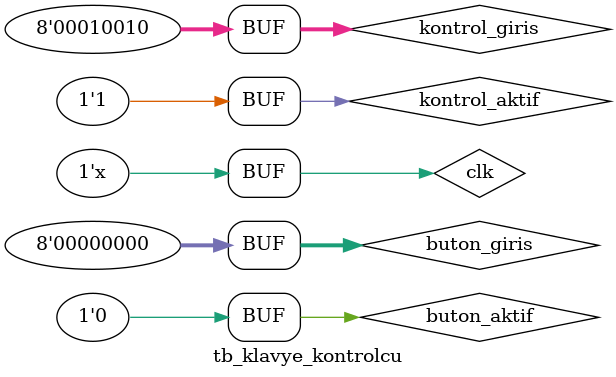
<source format=v>
`timescale 1ns / 1ps


module tb_klavye_kontrolcu(

    );
    reg clk = 0,buton_aktif,kontrol_aktif;
    reg [7:0]buton_giris,kontrol_giris;
    wire caps_lock,num_lock,cikis_aktif;
    wire [7:0] cikis;
    klavye_kontrolcu uut(clk,buton_aktif,kontrol_aktif,buton_giris,kontrol_giris,caps_lock,num_lock,cikis_aktif,cikis);
    
    always begin
        clk = ~clk;
        #5;
    end
    initial begin

  
    buton_aktif= 1'b1;
    kontrol_aktif= 1'b0;
    buton_giris= 8'h2C;
    kontrol_giris= 8'h00;
    #10;
    buton_aktif= 1'b0;
    kontrol_aktif= 1'b0;
    buton_giris= 8'h00;
    kontrol_giris= 8'h00;
    #10;
     buton_aktif= 1'b1;
    kontrol_aktif= 1'b1;
    buton_giris= 8'h44;
    kontrol_giris= 8'h12;
    #10;
     buton_aktif= 1'b0;
    kontrol_aktif= 1'b0;
    buton_giris= 8'h00;
    kontrol_giris= 8'h00; 
    #10;
    
    buton_aktif= 1'b1;
    kontrol_aktif= 1'b1;
    buton_giris= 8'h32;
    kontrol_giris= 8'h58;
    #10;
     buton_aktif= 1'b1;
    kontrol_aktif= 1'b1;
    buton_giris= 8'h32;
    kontrol_giris= 8'h58;
    #10; 
    buton_aktif= 1'b1;
    kontrol_aktif= 1'b0;
    buton_giris= 8'h32;
    kontrol_giris= 8'h00;
    #10; 
    buton_aktif= 1'b0;
    kontrol_aktif= 1'b1;
    buton_giris= 8'h00;
    kontrol_giris= 8'h29;
    
    
    #10; 
    buton_aktif= 1'b1;
    kontrol_aktif= 1'b1;
    buton_giris= 8'h32;
    kontrol_giris= 8'h29;
    #10;
    buton_aktif= 1'b0;
    kontrol_aktif= 1'b1;
    buton_giris= 8'h00;
    kontrol_giris= 8'h29;
    #10;
    buton_aktif= 1'b1;
    kontrol_aktif= 1'b1;
    buton_giris= 8'h6C;
    kontrol_giris= 8'h0D;
    #10;
    buton_aktif= 1'b1;
    kontrol_aktif= 1'b1;
    buton_giris= 8'h6C;
    kontrol_giris= 8'h77;
    #10;
    
    buton_aktif= 1'b0;
    kontrol_aktif= 1'b1;
    buton_giris= 8'h00;
    kontrol_giris= 8'h29;
    #10;
    buton_aktif= 1'b1;
    kontrol_aktif= 1'b1;
    buton_giris= 8'h4C;
    kontrol_giris= 8'h12;
    #10;
    buton_aktif= 1'b1;
    kontrol_aktif= 1'b1;
    buton_giris= 8'h45;
    kontrol_giris= 8'h12;
    #10;
    buton_aktif= 1'b0;
    kontrol_aktif= 1'b1;
    buton_giris= 8'h00;
    kontrol_giris= 8'h12;
    #10;

    end
    
endmodule

</source>
